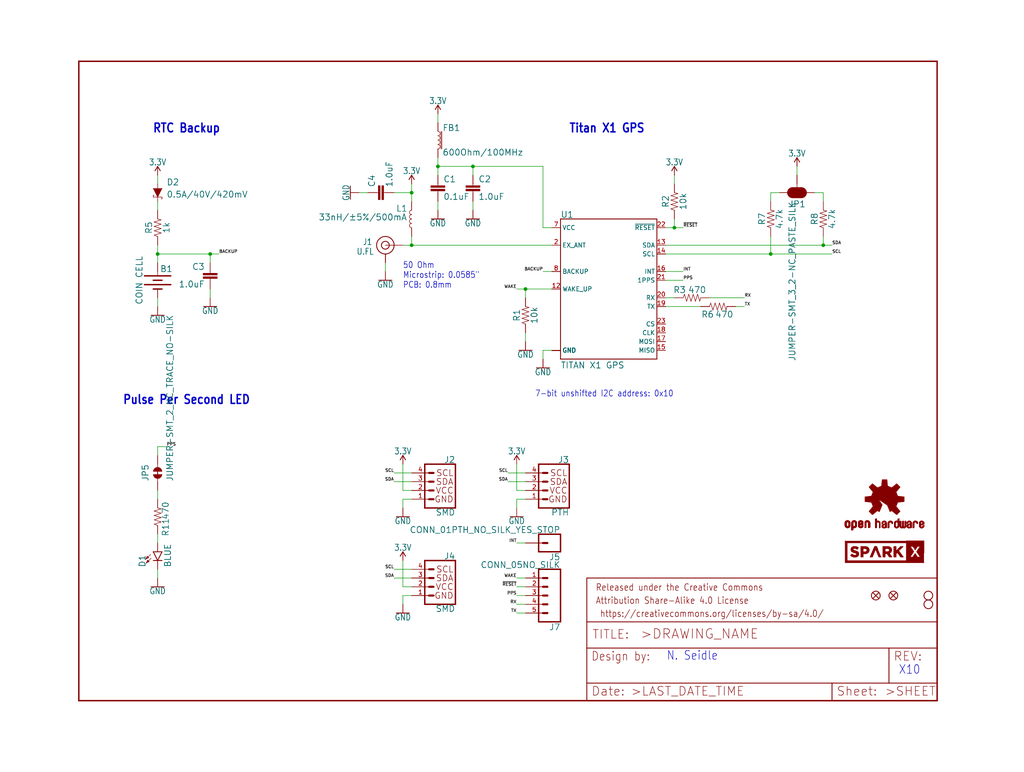
<source format=kicad_sch>
(kicad_sch (version 20211123) (generator eeschema)
  (paper "User" 297.002 223.926)
  (lib_symbols
    (symbol "eagleSchem-eagle-import:0.1UF-0603-25V-(+80{slash}-20%)"
      (property "Reference" "C" (at 1.524 2.921 0))
      (property "Value" "0.1UF-0603-25V-(+80{slash}-20%)" (at 1.524 -2.159 0))
      (symbol "0.1UF-0603-25V-(+80{slash}-20%)_1_0"
        (pin passive line (at 0 5.08 270) (length 2.54) (name "1") (number "1"))
        (pin passive line (at 0 -2.54 90) (length 2.54) (name "2") (number "2"))
      )
    )
    (symbol "eagleSchem-eagle-import:1.0UF-0603-16V-10%"
      (property "Reference" "C" (at 1.524 2.921 0))
      (property "Value" "1.0UF-0603-16V-10%" (at 1.524 -2.159 0))
      (symbol "1.0UF-0603-16V-10%_1_0"
        (pin passive line (at 0 5.08 270) (length 2.54) (name "1") (number "1"))
        (pin passive line (at 0 -2.54 90) (length 2.54) (name "2") (number "2"))
      )
    )
    (symbol "eagleSchem-eagle-import:10KOHM-0603-1{slash}10W-1%"
      (property "Reference" "R" (at 0 1.524 0))
      (property "Value" "10KOHM-0603-1{slash}10W-1%" (at 0 -1.524 0))
      (symbol "10KOHM-0603-1{slash}10W-1%_1_0"
        (pin passive line (at -5.08 0 0) (length 2.54) (name "1") (number "1"))
        (pin passive line (at 5.08 0 180) (length 2.54) (name "2") (number "2"))
      )
    )
    (symbol "eagleSchem-eagle-import:1KOHM-0603-1{slash}10W-1%"
      (property "Reference" "R" (at 0 1.524 0))
      (property "Value" "1KOHM-0603-1{slash}10W-1%" (at 0 -1.524 0))
      (symbol "1KOHM-0603-1{slash}10W-1%_1_0"
        (pin passive line (at -5.08 0 0) (length 2.54) (name "1") (number "1"))
        (pin passive line (at 5.08 0 180) (length 2.54) (name "2") (number "2"))
      )
    )
    (symbol "eagleSchem-eagle-import:3.3V" (power)
      (property "Value" "3.3V" (at 0 2.794 0))
      (symbol "3.3V_1_0"
        (pin power_in line (at 0 0 90) (length 2.54) (name "3.3V") (number "1"))
      )
    )
    (symbol "eagleSchem-eagle-import:4.7KOHM-0603-1{slash}10W-1%"
      (property "Reference" "R" (at 0 1.524 0))
      (property "Value" "4.7KOHM-0603-1{slash}10W-1%" (at 0 -1.524 0))
      (symbol "4.7KOHM-0603-1{slash}10W-1%_1_0"
        (pin passive line (at -5.08 0 0) (length 2.54) (name "1") (number "1"))
        (pin passive line (at 5.08 0 180) (length 2.54) (name "2") (number "2"))
      )
    )
    (symbol "eagleSchem-eagle-import:470OHM-0603-1{slash}10W-1%"
      (property "Reference" "R" (at 0 1.524 0))
      (property "Value" "470OHM-0603-1{slash}10W-1%" (at 0 -1.524 0))
      (symbol "470OHM-0603-1{slash}10W-1%_1_0"
        (pin passive line (at -5.08 0 0) (length 2.54) (name "1") (number "1"))
        (pin passive line (at 5.08 0 180) (length 2.54) (name "2") (number "2"))
      )
    )
    (symbol "eagleSchem-eagle-import:6.8MM_COIN_CELL"
      (property "Value" "6.8MM_COIN_CELL" (at 0 -4.318 0))
      (symbol "6.8MM_COIN_CELL_1_0"
        (pin power_in line (at -5.08 0 0) (length 2.54) (name "+") (number "+"))
        (pin power_in line (at 5.08 0 180) (length 2.54) (name "-") (number "-"))
      )
    )
    (symbol "eagleSchem-eagle-import:CONN_01PTH_NO_SILK_YES_STOP"
      (property "Reference" "J" (at -2.54 3.048 0))
      (property "Value" "CONN_01PTH_NO_SILK_YES_STOP" (at -2.54 -4.826 0))
      (symbol "CONN_01PTH_NO_SILK_YES_STOP_1_0"
        (pin passive line (at 7.62 0 180) (length 5.08) (name "1") (number "1"))
      )
    )
    (symbol "eagleSchem-eagle-import:CONN_05NO_SILK"
      (property "Reference" "J" (at -2.54 8.128 0))
      (property "Value" "CONN_05NO_SILK" (at -2.54 -9.906 0))
      (symbol "CONN_05NO_SILK_1_0"
        (pin passive line (at 7.62 -5.08 180) (length 5.08) (name "1") (number "1"))
        (pin passive line (at 7.62 -2.54 180) (length 5.08) (name "2") (number "2"))
        (pin passive line (at 7.62 0 180) (length 5.08) (name "3") (number "3"))
        (pin passive line (at 7.62 2.54 180) (length 5.08) (name "4") (number "4"))
        (pin passive line (at 7.62 5.08 180) (length 5.08) (name "5") (number "5"))
      )
    )
    (symbol "eagleSchem-eagle-import:DIODE-SCHOTTKY-PMEG4005EJ"
      (property "Reference" "D" (at -2.54 2.032 0))
      (property "Value" "DIODE-SCHOTTKY-PMEG4005EJ" (at -2.54 -2.032 0))
      (symbol "DIODE-SCHOTTKY-PMEG4005EJ_1_0"
        (pin passive line (at -2.54 0 0) (length 0) (name "A") (number "A"))
        (pin passive line (at 2.54 0 180) (length 0) (name "C") (number "C"))
      )
    )
    (symbol "eagleSchem-eagle-import:FERRITE_BEAD-0603"
      (property "Reference" "FB" (at 1.27 2.54 0))
      (property "Value" "FERRITE_BEAD-0603" (at 1.27 -2.54 0))
      (symbol "FERRITE_BEAD-0603_1_0"
        (pin passive line (at 0 5.08 270) (length 2.54) (name "1") (number "1"))
        (pin passive line (at 0 -5.08 90) (length 2.54) (name "2") (number "2"))
      )
    )
    (symbol "eagleSchem-eagle-import:FIDUCIALUFIDUCIAL")
    (symbol "eagleSchem-eagle-import:FRAME-LETTER"
      (symbol "FRAME-LETTER_2_0"
        (text " https://creativecommons.org/licenses/by-sa/4.0/" (at 2.54 24.13 0) (effects (font (size 1.9304 1.6408)) (justify left bottom)))
        (text ">DRAWING_NAME" (at 15.494 17.78 0) (effects (font (size 2.7432 2.7432)) (justify left bottom)))
        (text ">LAST_DATE_TIME" (at 12.7 1.27 0) (effects (font (size 2.54 2.54)) (justify left bottom)))
        (text ">SHEET" (at 86.36 1.27 0) (effects (font (size 2.54 2.54)) (justify left bottom)))
        (text "Attribution Share-Alike 4.0 License" (at 2.54 27.94 0) (effects (font (size 1.9304 1.6408)) (justify left bottom)))
        (text "Date:" (at 1.27 1.27 0) (effects (font (size 2.54 2.54)) (justify left bottom)))
        (text "Design by:" (at 1.27 11.43 0) (effects (font (size 2.54 2.159)) (justify left bottom)))
        (text "Released under the Creative Commons" (at 2.54 31.75 0) (effects (font (size 1.9304 1.6408)) (justify left bottom)))
        (text "REV:" (at 88.9 11.43 0) (effects (font (size 2.54 2.54)) (justify left bottom)))
        (text "Sheet:" (at 72.39 1.27 0) (effects (font (size 2.54 2.54)) (justify left bottom)))
        (text "TITLE:" (at 1.524 17.78 0) (effects (font (size 2.54 2.54)) (justify left bottom)))
      )
    )
    (symbol "eagleSchem-eagle-import:GND" (power)
      (property "Value" "GND" (at 0 -0.254 0))
      (symbol "GND_1_0"
        (pin power_in line (at 0 2.54 270) (length 2.54) (name "GND") (number "1"))
      )
    )
    (symbol "eagleSchem-eagle-import:I2C_STANDARDJS-1MM"
      (property "Reference" "J" (at -5.08 7.874 0))
      (property "Value" "I2C_STANDARDJS-1MM" (at -5.08 -5.334 0))
      (symbol "I2C_STANDARDJS-1MM_1_0"
        (text "GND" (at -4.572 -2.54 0) (effects (font (size 1.778 1.778)) (justify left)))
        (text "SCL" (at -4.572 5.08 0) (effects (font (size 1.778 1.778)) (justify left)))
        (text "SDA" (at -4.572 2.54 0) (effects (font (size 1.778 1.778)) (justify left)))
        (text "VCC" (at -4.572 0 0) (effects (font (size 1.778 1.778)) (justify left)))
        (pin power_in line (at 7.62 -2.54 180) (length 5.08) (name "GND") (number "1"))
        (pin power_in line (at 7.62 0 180) (length 5.08) (name "VCC") (number "2"))
        (pin passive line (at 7.62 2.54 180) (length 5.08) (name "SDA") (number "3"))
        (pin passive line (at 7.62 5.08 180) (length 5.08) (name "SCL") (number "4"))
      )
    )
    (symbol "eagleSchem-eagle-import:I2C_STANDARD_NO_SILK"
      (property "Reference" "J" (at -5.08 7.874 0))
      (property "Value" "I2C_STANDARD_NO_SILK" (at -5.08 -5.334 0))
      (symbol "I2C_STANDARD_NO_SILK_1_0"
        (text "GND" (at -4.572 -2.54 0) (effects (font (size 1.778 1.778)) (justify left)))
        (text "SCL" (at -4.572 5.08 0) (effects (font (size 1.778 1.778)) (justify left)))
        (text "SDA" (at -4.572 2.54 0) (effects (font (size 1.778 1.778)) (justify left)))
        (text "VCC" (at -4.572 0 0) (effects (font (size 1.778 1.778)) (justify left)))
        (pin power_in line (at 7.62 -2.54 180) (length 5.08) (name "GND") (number "1"))
        (pin power_in line (at 7.62 0 180) (length 5.08) (name "VCC") (number "2"))
        (pin passive line (at 7.62 2.54 180) (length 5.08) (name "SDA") (number "3"))
        (pin passive line (at 7.62 5.08 180) (length 5.08) (name "SCL") (number "4"))
      )
    )
    (symbol "eagleSchem-eagle-import:INDUCTOR-0603-33NH"
      (property "Reference" "L" (at 1.27 2.54 0))
      (property "Value" "INDUCTOR-0603-33NH" (at 1.27 -2.54 0))
      (symbol "INDUCTOR-0603-33NH_1_0"
        (pin passive line (at 0 5.08 270) (length 2.54) (name "1") (number "1"))
        (pin passive line (at 0 -5.08 90) (length 2.54) (name "2") (number "2"))
      )
    )
    (symbol "eagleSchem-eagle-import:JUMPER-SMT_2_NC_TRACE_NO-SILK"
      (property "Reference" "JP" (at -2.54 2.54 0))
      (property "Value" "JUMPER-SMT_2_NC_TRACE_NO-SILK" (at -2.54 -2.54 0))
      (symbol "JUMPER-SMT_2_NC_TRACE_NO-SILK_1_0"
        (pin passive line (at -5.08 0 0) (length 2.54) (name "1") (number "1"))
        (pin passive line (at 5.08 0 180) (length 2.54) (name "2") (number "2"))
      )
    )
    (symbol "eagleSchem-eagle-import:JUMPER-SMT_3_2-NC_PASTE_SILK"
      (property "Reference" "JP" (at 2.54 0.381 0))
      (property "Value" "JUMPER-SMT_3_2-NC_PASTE_SILK" (at 2.54 -0.381 0))
      (symbol "JUMPER-SMT_3_2-NC_PASTE_SILK_1_0"
        (pin passive line (at 0 5.08 270) (length 2.54) (name "1") (number "1"))
        (pin passive line (at -5.08 0 0) (length 2.54) (name "2") (number "2"))
        (pin passive line (at 0 -5.08 90) (length 2.54) (name "3") (number "3"))
      )
    )
    (symbol "eagleSchem-eagle-import:LED-BLUE0603"
      (property "Reference" "D" (at -3.429 -4.572 90))
      (property "Value" "LED-BLUE0603" (at 1.905 -4.572 90))
      (symbol "LED-BLUE0603_1_0"
        (pin passive line (at 0 2.54 270) (length 2.54) (name "A") (number "A"))
        (pin passive line (at 0 -5.08 90) (length 2.54) (name "C") (number "C"))
      )
    )
    (symbol "eagleSchem-eagle-import:OSHW-LOGOMINI")
    (symbol "eagleSchem-eagle-import:SPARKX-LOGO5")
    (symbol "eagleSchem-eagle-import:STAND-OFF")
    (symbol "eagleSchem-eagle-import:TITAN_X1_GPS"
      (property "Reference" "U" (at -15.24 20.574 0))
      (property "Value" "TITAN_X1_GPS" (at -15.24 -23.114 0))
      (symbol "TITAN_X1_GPS_1_0"
        (pin bidirectional line (at -17.78 -17.78 0) (length 2.54) (name "GND") (number "1"))
        (pin bidirectional line (at -17.78 -17.78 0) (length 2.54) (name "GND") (number "10"))
        (pin bidirectional line (at -17.78 -17.78 0) (length 2.54) (name "GND") (number "11"))
        (pin bidirectional line (at -17.78 0 0) (length 2.54) (name "WAKE_UP") (number "12"))
        (pin bidirectional line (at 15.24 12.7 180) (length 2.54) (name "SDA") (number "13"))
        (pin bidirectional line (at 15.24 10.16 180) (length 2.54) (name "SCL") (number "14"))
        (pin bidirectional line (at 15.24 -17.78 180) (length 2.54) (name "MISO") (number "15"))
        (pin bidirectional line (at 15.24 5.08 180) (length 2.54) (name "INT") (number "16"))
        (pin bidirectional line (at 15.24 -15.24 180) (length 2.54) (name "MOSI") (number "17"))
        (pin bidirectional line (at 15.24 -12.7 180) (length 2.54) (name "CLK") (number "18"))
        (pin bidirectional line (at 15.24 -5.08 180) (length 2.54) (name "TX") (number "19"))
        (pin bidirectional line (at -17.78 12.7 0) (length 2.54) (name "EX_ANT") (number "2"))
        (pin bidirectional line (at 15.24 -2.54 180) (length 2.54) (name "RX") (number "20"))
        (pin bidirectional line (at 15.24 2.54 180) (length 2.54) (name "1PPS") (number "21"))
        (pin bidirectional line (at 15.24 17.78 180) (length 2.54) (name "~{RESET}") (number "22"))
        (pin bidirectional line (at 15.24 -10.16 180) (length 2.54) (name "CS") (number "23"))
        (pin bidirectional line (at -17.78 -17.78 0) (length 2.54) (name "GND") (number "24"))
        (pin bidirectional line (at -17.78 -17.78 0) (length 2.54) (name "GND") (number "3"))
        (pin bidirectional line (at -17.78 -17.78 0) (length 2.54) (name "GND") (number "4"))
        (pin bidirectional line (at -17.78 -17.78 0) (length 2.54) (name "GND") (number "5"))
        (pin bidirectional line (at -17.78 -17.78 0) (length 2.54) (name "GND") (number "6"))
        (pin bidirectional line (at -17.78 17.78 0) (length 2.54) (name "VCC") (number "7"))
        (pin bidirectional line (at -17.78 5.08 0) (length 2.54) (name "BACKUP") (number "8"))
        (pin bidirectional line (at -17.78 -17.78 0) (length 2.54) (name "GND") (number "9"))
      )
    )
    (symbol "eagleSchem-eagle-import:U.FL"
      (property "Reference" "J" (at 2.54 -5.08 0))
      (property "Value" "U.FL" (at 2.54 -7.62 0))
      (symbol "U.FL_1_0"
        (pin bidirectional line (at 0 -5.08 90) (length 2.54) (name "GND") (number "1"))
        (pin bidirectional line (at 0 -5.08 90) (length 2.54) (name "GND") (number "2"))
        (pin bidirectional line (at 5.08 0 180) (length 5.08) (name "SIGNAL") (number "FEED"))
      )
    )
  )
  (junction (at 60.96 73.66))
  (junction (at 223.52 73.66))
  (junction (at 45.72 73.66))
  (junction (at 137.16 48.26))
  (junction (at 119.38 55.88))
  (junction (at 152.4 83.82))
  (junction (at 195.58 66.04))
  (junction (at 127 48.26))
  (junction (at 119.38 71.12))
  (junction (at 238.76 71.12))
  (wire (pts (xy 152.4 172.72) (xy 149.86 172.72)))
  (wire (pts (xy 157.48 101.6) (xy 157.48 104.14)))
  (wire (pts (xy 119.38 139.7) (xy 114.3 139.7)))
  (wire (pts (xy 119.38 53.34) (xy 119.38 55.88)))
  (wire (pts (xy 119.38 55.88) (xy 119.38 58.42)))
  (wire (pts (xy 195.58 53.34) (xy 195.58 50.8)))
  (wire (pts (xy 60.96 73.66) (xy 60.96 76.2)))
  (wire (pts (xy 238.76 68.58) (xy 238.76 71.12)))
  (wire (pts (xy 116.84 172.72) (xy 116.84 175.26)))
  (wire (pts (xy 193.04 71.12) (xy 238.76 71.12)))
  (wire (pts (xy 152.4 83.82) (xy 149.86 83.82)))
  (wire (pts (xy 238.76 55.88) (xy 236.22 55.88)))
  (wire (pts (xy 111.76 78.74) (xy 111.76 76.2)))
  (wire (pts (xy 45.72 86.36) (xy 45.72 88.9)))
  (wire (pts (xy 193.04 66.04) (xy 195.58 66.04)))
  (wire (pts (xy 45.72 50.8) (xy 45.72 53.34)))
  (wire (pts (xy 60.96 83.82) (xy 60.96 86.36)))
  (wire (pts (xy 137.16 60.96) (xy 137.16 58.42)))
  (wire (pts (xy 119.38 137.16) (xy 114.3 137.16)))
  (wire (pts (xy 193.04 81.28) (xy 198.12 81.28)))
  (wire (pts (xy 157.48 48.26) (xy 157.48 66.04)))
  (wire (pts (xy 45.72 132.08) (xy 45.72 129.54)))
  (wire (pts (xy 119.38 170.18) (xy 116.84 170.18)))
  (wire (pts (xy 152.4 96.52) (xy 152.4 99.06)))
  (wire (pts (xy 152.4 137.16) (xy 147.32 137.16)))
  (wire (pts (xy 127 48.26) (xy 127 50.8)))
  (wire (pts (xy 119.38 142.24) (xy 116.84 142.24)))
  (wire (pts (xy 119.38 68.58) (xy 119.38 71.12)))
  (wire (pts (xy 60.96 73.66) (xy 63.5 73.66)))
  (wire (pts (xy 116.84 142.24) (xy 116.84 134.62)))
  (wire (pts (xy 152.4 167.64) (xy 149.86 167.64)))
  (wire (pts (xy 45.72 165.1) (xy 45.72 167.64)))
  (wire (pts (xy 193.04 78.74) (xy 198.12 78.74)))
  (wire (pts (xy 152.4 170.18) (xy 149.86 170.18)))
  (wire (pts (xy 238.76 58.42) (xy 238.76 55.88)))
  (wire (pts (xy 152.4 175.26) (xy 149.86 175.26)))
  (wire (pts (xy 160.02 78.74) (xy 157.48 78.74)))
  (wire (pts (xy 45.72 154.94) (xy 45.72 157.48)))
  (wire (pts (xy 45.72 142.24) (xy 45.72 144.78)))
  (wire (pts (xy 223.52 58.42) (xy 223.52 55.88)))
  (wire (pts (xy 119.38 172.72) (xy 116.84 172.72)))
  (wire (pts (xy 119.38 167.64) (xy 114.3 167.64)))
  (wire (pts (xy 152.4 157.48) (xy 149.86 157.48)))
  (wire (pts (xy 152.4 177.8) (xy 149.86 177.8)))
  (wire (pts (xy 152.4 144.78) (xy 149.86 144.78)))
  (wire (pts (xy 127 48.26) (xy 137.16 48.26)))
  (wire (pts (xy 137.16 48.26) (xy 157.48 48.26)))
  (wire (pts (xy 127 58.42) (xy 127 60.96)))
  (wire (pts (xy 45.72 71.12) (xy 45.72 73.66)))
  (wire (pts (xy 45.72 129.54) (xy 48.26 129.54)))
  (wire (pts (xy 195.58 66.04) (xy 198.12 66.04)))
  (wire (pts (xy 104.14 55.88) (xy 106.68 55.88)))
  (wire (pts (xy 119.38 165.1) (xy 114.3 165.1)))
  (wire (pts (xy 231.14 48.26) (xy 231.14 50.8)))
  (wire (pts (xy 223.52 68.58) (xy 223.52 73.66)))
  (wire (pts (xy 223.52 55.88) (xy 226.06 55.88)))
  (wire (pts (xy 213.36 88.9) (xy 215.9 88.9)))
  (wire (pts (xy 45.72 58.42) (xy 45.72 60.96)))
  (wire (pts (xy 193.04 86.36) (xy 195.58 86.36)))
  (wire (pts (xy 127 45.72) (xy 127 48.26)))
  (wire (pts (xy 119.38 71.12) (xy 116.84 71.12)))
  (wire (pts (xy 160.02 71.12) (xy 119.38 71.12)))
  (wire (pts (xy 116.84 170.18) (xy 116.84 162.56)))
  (wire (pts (xy 160.02 101.6) (xy 157.48 101.6)))
  (wire (pts (xy 149.86 142.24) (xy 149.86 134.62)))
  (wire (pts (xy 223.52 73.66) (xy 241.3 73.66)))
  (wire (pts (xy 152.4 83.82) (xy 152.4 86.36)))
  (wire (pts (xy 193.04 73.66) (xy 223.52 73.66)))
  (wire (pts (xy 116.84 144.78) (xy 116.84 147.32)))
  (wire (pts (xy 152.4 142.24) (xy 149.86 142.24)))
  (wire (pts (xy 114.3 55.88) (xy 119.38 55.88)))
  (wire (pts (xy 152.4 139.7) (xy 147.32 139.7)))
  (wire (pts (xy 238.76 71.12) (xy 241.3 71.12)))
  (wire (pts (xy 149.86 144.78) (xy 149.86 147.32)))
  (wire (pts (xy 195.58 66.04) (xy 195.58 63.5)))
  (wire (pts (xy 205.74 86.36) (xy 215.9 86.36)))
  (wire (pts (xy 160.02 83.82) (xy 152.4 83.82)))
  (wire (pts (xy 127 33.02) (xy 127 35.56)))
  (wire (pts (xy 193.04 88.9) (xy 203.2 88.9)))
  (wire (pts (xy 119.38 144.78) (xy 116.84 144.78)))
  (wire (pts (xy 137.16 48.26) (xy 137.16 50.8)))
  (wire (pts (xy 157.48 66.04) (xy 160.02 66.04)))
  (wire (pts (xy 60.96 73.66) (xy 45.72 73.66)))
  (wire (pts (xy 45.72 73.66) (xy 45.72 76.2)))
  (text "50 Ohm\nMicrostrip: 0.0585\"\nPCB: 0.8mm" (at 116.84 83.82 180) (effects (font (size 1.778 1.5113)) (justify left bottom)))
  (text "Titan X1 GPS" (at 176.022 37.338 180) (effects (font (size 2.54 2.159) (thickness 0.4318) bold)))
  (text "7-bit unshifted I2C address: 0x10" (at 175.26 114.3 180) (effects (font (size 1.778 1.5113))))
  (text "Pulse Per Second LED" (at 54.102 116.078 180) (effects (font (size 2.54 2.159) (thickness 0.4318) bold)))
  (text "X10" (at 260.604 195.834 180) (effects (font (size 2.54 2.159)) (justify left bottom)))
  (text "RTC Backup" (at 54.102 37.338 180) (effects (font (size 2.54 2.159) (thickness 0.4318) bold)))
  (text "N. Seidle" (at 193.294 191.77 180) (effects (font (size 2.54 2.159)) (justify left bottom)))
  (label "WAKE" (at 149.86 83.82 180) (effects (font (size 0.889 0.889))))
  (label "TX" (at 149.86 177.8 180) (effects (font (size 0.889 0.889))))
  (label "BACKUP" (at 157.48 78.74 180) (effects (font (size 0.889 0.889))))
  (label "BACKUP" (at 63.5 73.66 0) (effects (font (size 0.889 0.889))))
  (label "RX" (at 215.9 86.36 0) (effects (font (size 0.889 0.889))))
  (label "SDA" (at 114.3 167.64 180) (effects (font (size 0.889 0.889))))
  (label "PPS" (at 149.86 172.72 180) (effects (font (size 0.889 0.889))))
  (label "WAKE" (at 149.86 167.64 180) (effects (font (size 0.889 0.889))))
  (label "~{RESET}" (at 198.12 66.04 0) (effects (font (size 0.889 0.889))))
  (label "PPS" (at 198.12 81.28 0) (effects (font (size 0.889 0.889))))
  (label "SDA" (at 147.32 139.7 180) (effects (font (size 0.889 0.889))))
  (label "SCL" (at 147.32 137.16 180) (effects (font (size 0.889 0.889))))
  (label "SCL" (at 114.3 137.16 180) (effects (font (size 0.889 0.889))))
  (label "SDA" (at 114.3 139.7 180) (effects (font (size 0.889 0.889))))
  (label "PPS" (at 48.26 129.54 0) (effects (font (size 0.889 0.889))))
  (label "INT" (at 198.12 78.74 0) (effects (font (size 0.889 0.889))))
  (label "INT" (at 149.86 157.48 180) (effects (font (size 0.889 0.889))))
  (label "SDA" (at 241.3 71.12 0) (effects (font (size 0.889 0.889))))
  (label "TX" (at 215.9 88.9 0) (effects (font (size 0.889 0.889))))
  (label "SCL" (at 241.3 73.66 0) (effects (font (size 0.889 0.889))))
  (label "~{RESET}" (at 149.86 170.18 180) (effects (font (size 0.889 0.889))))
  (label "SCL" (at 114.3 165.1 180) (effects (font (size 0.889 0.889))))
  (label "RX" (at 149.86 175.26 180) (effects (font (size 0.889 0.889))))
  (symbol (lib_id "eagleSchem-eagle-import:FERRITE_BEAD-0603") (at 127 40.64 0) (unit 1)
    (property "Reference" "FB1" (at 128.27 38.1 0) (effects (font (size 1.778 1.778)) (justify left bottom)))
    (property "Value" "600Ohm/100MHz" (at 128.27 43.18 0) (effects (font (size 1.778 1.778)) (justify left top)))
    (property "Footprint" "eagleSchem:0603" (effects hide))
  )
  (symbol (lib_id "eagleSchem-eagle-import:3.3V") (at 116.84 162.56 0) (unit 1)
    (property "Reference" "#SUPPLY8" (effects hide))
    (property "Value" "3.3V" (at 116.84 159.766 0) (effects (font (size 1.778 1.5113)) (justify bottom)))
    (property "Footprint" "eagleSchem:" (effects hide))
  )
  (symbol (lib_id "eagleSchem-eagle-import:CONN_01PTH_NO_SILK_YES_STOP") (at 160.02 157.48 180) (unit 1)
    (property "Reference" "J5" (at 162.56 160.528 0) (effects (font (size 1.778 1.778)) (justify left bottom)))
    (property "Value" "CONN_01PTH_NO_SILK_YES_STOP" (at 162.56 152.654 0) (effects (font (size 1.778 1.778)) (justify left bottom)))
    (property "Footprint" "eagleSchem:1X01_NO_SILK" (effects hide))
  )
  (symbol (lib_id "eagleSchem-eagle-import:1.0UF-0603-16V-10%") (at 137.16 55.88 0) (unit 1)
    (property "Reference" "C2" (at 138.684 52.959 0) (effects (font (size 1.778 1.778)) (justify left bottom)))
    (property "Value" "1.0uF" (at 138.684 58.039 0) (effects (font (size 1.778 1.778)) (justify left bottom)))
    (property "Footprint" "eagleSchem:0603" (effects hide))
  )
  (symbol (lib_id "eagleSchem-eagle-import:10KOHM-0603-1{slash}10W-1%") (at 152.4 91.44 90) (unit 1)
    (property "Reference" "R1" (at 150.876 91.44 0) (effects (font (size 1.778 1.778)) (justify bottom)))
    (property "Value" "10k" (at 153.924 91.44 0) (effects (font (size 1.778 1.778)) (justify top)))
    (property "Footprint" "eagleSchem:0603" (effects hide))
  )
  (symbol (lib_id "eagleSchem-eagle-import:GND") (at 127 63.5 0) (mirror y) (unit 1)
    (property "Reference" "#GND11" (effects hide))
    (property "Value" "GND" (at 127 63.754 0) (effects (font (size 1.778 1.5113)) (justify top)))
    (property "Footprint" "eagleSchem:" (effects hide))
  )
  (symbol (lib_id "eagleSchem-eagle-import:CONN_05NO_SILK") (at 160.02 172.72 180) (unit 1)
    (property "Reference" "J7" (at 162.56 180.848 0) (effects (font (size 1.778 1.778)) (justify left bottom)))
    (property "Value" "CONN_05NO_SILK" (at 162.56 162.814 0) (effects (font (size 1.778 1.778)) (justify left bottom)))
    (property "Footprint" "eagleSchem:1X05_NO_SILK" (effects hide))
  )
  (symbol (lib_id "eagleSchem-eagle-import:GND") (at 111.76 81.28 0) (unit 1)
    (property "Reference" "#GND12" (effects hide))
    (property "Value" "GND" (at 111.76 81.534 0) (effects (font (size 1.778 1.5113)) (justify top)))
    (property "Footprint" "eagleSchem:" (effects hide))
  )
  (symbol (lib_id "eagleSchem-eagle-import:3.3V") (at 149.86 134.62 0) (unit 1)
    (property "Reference" "#SUPPLY7" (effects hide))
    (property "Value" "3.3V" (at 149.86 131.826 0) (effects (font (size 1.778 1.5113)) (justify bottom)))
    (property "Footprint" "eagleSchem:" (effects hide))
  )
  (symbol (lib_id "eagleSchem-eagle-import:3.3V") (at 127 33.02 0) (mirror y) (unit 1)
    (property "Reference" "#SUPPLY6" (effects hide))
    (property "Value" "3.3V" (at 127 30.226 0) (effects (font (size 1.778 1.5113)) (justify bottom)))
    (property "Footprint" "eagleSchem:" (effects hide))
  )
  (symbol (lib_id "eagleSchem-eagle-import:LED-BLUE0603") (at 45.72 160.02 0) (unit 1)
    (property "Reference" "D1" (at 42.291 164.592 90) (effects (font (size 1.778 1.778)) (justify left bottom)))
    (property "Value" "BLUE" (at 47.625 164.592 90) (effects (font (size 1.778 1.778)) (justify left top)))
    (property "Footprint" "eagleSchem:LED-0603" (effects hide))
  )
  (symbol (lib_id "eagleSchem-eagle-import:STAND-OFF") (at 269.24 172.72 0) (unit 1)
    (property "Reference" "JP3" (effects hide))
    (property "Value" "STAND-OFF" (effects hide))
    (property "Footprint" "eagleSchem:STAND-OFF" (effects hide))
  )
  (symbol (lib_id "eagleSchem-eagle-import:3.3V") (at 195.58 50.8 0) (unit 1)
    (property "Reference" "#SUPPLY2" (effects hide))
    (property "Value" "3.3V" (at 195.58 48.006 0) (effects (font (size 1.778 1.5113)) (justify bottom)))
    (property "Footprint" "eagleSchem:" (effects hide))
  )
  (symbol (lib_id "eagleSchem-eagle-import:GND") (at 116.84 149.86 0) (unit 1)
    (property "Reference" "#GND6" (effects hide))
    (property "Value" "GND" (at 116.84 150.114 0) (effects (font (size 1.778 1.5113)) (justify top)))
    (property "Footprint" "eagleSchem:" (effects hide))
  )
  (symbol (lib_id "eagleSchem-eagle-import:3.3V") (at 119.38 53.34 0) (mirror y) (unit 1)
    (property "Reference" "#SUPPLY3" (effects hide))
    (property "Value" "3.3V" (at 119.38 50.546 0) (effects (font (size 1.778 1.5113)) (justify bottom)))
    (property "Footprint" "eagleSchem:" (effects hide))
  )
  (symbol (lib_id "eagleSchem-eagle-import:GND") (at 45.72 91.44 0) (unit 1)
    (property "Reference" "#GND5" (effects hide))
    (property "Value" "GND" (at 45.72 91.694 0) (effects (font (size 1.778 1.5113)) (justify top)))
    (property "Footprint" "eagleSchem:" (effects hide))
  )
  (symbol (lib_id "eagleSchem-eagle-import:3.3V") (at 116.84 134.62 0) (unit 1)
    (property "Reference" "#SUPPLY4" (effects hide))
    (property "Value" "3.3V" (at 116.84 131.826 0) (effects (font (size 1.778 1.5113)) (justify bottom)))
    (property "Footprint" "eagleSchem:" (effects hide))
  )
  (symbol (lib_id "eagleSchem-eagle-import:DIODE-SCHOTTKY-PMEG4005EJ") (at 45.72 55.88 270) (unit 1)
    (property "Reference" "D2" (at 48.26 53.848 90) (effects (font (size 1.778 1.778)) (justify left bottom)))
    (property "Value" "0.5A/40V/420mV" (at 48.26 55.372 90) (effects (font (size 1.778 1.778)) (justify left top)))
    (property "Footprint" "eagleSchem:SOD-323" (effects hide))
  )
  (symbol (lib_id "eagleSchem-eagle-import:JUMPER-SMT_2_NC_TRACE_NO-SILK") (at 45.72 137.16 90) (unit 1)
    (property "Reference" "JP5" (at 43.18 139.7 0) (effects (font (size 1.778 1.778)) (justify left bottom)))
    (property "Value" "JUMPER-SMT_2_NC_TRACE_NO-SILK" (at 48.26 139.7 0) (effects (font (size 1.778 1.778)) (justify left top)))
    (property "Footprint" "eagleSchem:SMT-JUMPER_2_NC_TRACE_NO-SILK" (effects hide))
  )
  (symbol (lib_id "eagleSchem-eagle-import:U.FL") (at 111.76 71.12 0) (unit 1)
    (property "Reference" "J1" (at 105.156 71.12 0) (effects (font (size 1.778 1.5113)) (justify left bottom)))
    (property "Value" "U.FL" (at 103.378 73.914 0) (effects (font (size 1.778 1.5113)) (justify left bottom)))
    (property "Footprint" "eagleSchem:U.FL" (effects hide))
  )
  (symbol (lib_id "eagleSchem-eagle-import:470OHM-0603-1{slash}10W-1%") (at 208.28 88.9 0) (unit 1)
    (property "Reference" "R6" (at 205.232 92.202 0) (effects (font (size 1.778 1.778)) (justify bottom)))
    (property "Value" "470" (at 210.058 92.202 0) (effects (font (size 1.778 1.778)) (justify bottom)))
    (property "Footprint" "eagleSchem:0603" (effects hide))
  )
  (symbol (lib_id "eagleSchem-eagle-import:470OHM-0603-1{slash}10W-1%") (at 45.72 149.86 90) (unit 1)
    (property "Reference" "R11" (at 49.022 152.908 0) (effects (font (size 1.778 1.778)) (justify bottom)))
    (property "Value" "470" (at 49.022 148.082 0) (effects (font (size 1.778 1.778)) (justify bottom)))
    (property "Footprint" "eagleSchem:0603" (effects hide))
  )
  (symbol (lib_id "eagleSchem-eagle-import:FIDUCIALUFIDUCIAL") (at 254 172.72 0) (unit 1)
    (property "Reference" "JP2" (effects hide))
    (property "Value" "FIDUCIALUFIDUCIAL" (effects hide))
    (property "Footprint" "eagleSchem:MICRO-FIDUCIAL" (effects hide))
  )
  (symbol (lib_id "eagleSchem-eagle-import:GND") (at 45.72 170.18 0) (unit 1)
    (property "Reference" "#GND4" (effects hide))
    (property "Value" "GND" (at 45.72 170.434 0) (effects (font (size 1.778 1.5113)) (justify top)))
    (property "Footprint" "eagleSchem:" (effects hide))
  )
  (symbol (lib_id "eagleSchem-eagle-import:1.0UF-0603-16V-10%") (at 111.76 55.88 90) (unit 1)
    (property "Reference" "C4" (at 108.839 54.356 0) (effects (font (size 1.778 1.778)) (justify left bottom)))
    (property "Value" "1.0uF" (at 113.919 54.356 0) (effects (font (size 1.778 1.778)) (justify left bottom)))
    (property "Footprint" "eagleSchem:0603" (effects hide))
  )
  (symbol (lib_id "eagleSchem-eagle-import:4.7KOHM-0603-1{slash}10W-1%") (at 238.76 63.5 90) (unit 1)
    (property "Reference" "R8" (at 237.236 63.5 0) (effects (font (size 1.778 1.778)) (justify bottom)))
    (property "Value" "4.7k" (at 240.284 63.5 0) (effects (font (size 1.778 1.778)) (justify top)))
    (property "Footprint" "eagleSchem:0603" (effects hide))
  )
  (symbol (lib_id "eagleSchem-eagle-import:FRAME-LETTER") (at 22.86 203.2 0) (unit 1)
    (property "Reference" "FRAME1" (effects hide))
    (property "Value" "FRAME-LETTER" (effects hide))
    (property "Footprint" "eagleSchem:CREATIVE_COMMONS" (effects hide))
  )
  (symbol (lib_id "eagleSchem-eagle-import:GND") (at 60.96 88.9 0) (unit 1)
    (property "Reference" "#GND10" (effects hide))
    (property "Value" "GND" (at 60.96 89.154 0) (effects (font (size 1.778 1.5113)) (justify top)))
    (property "Footprint" "eagleSchem:" (effects hide))
  )
  (symbol (lib_id "eagleSchem-eagle-import:3.3V") (at 231.14 48.26 0) (unit 1)
    (property "Reference" "#SUPPLY9" (effects hide))
    (property "Value" "3.3V" (at 231.14 45.466 0) (effects (font (size 1.778 1.5113)) (justify bottom)))
    (property "Footprint" "eagleSchem:" (effects hide))
  )
  (symbol (lib_id "eagleSchem-eagle-import:STAND-OFF") (at 269.24 175.26 0) (unit 1)
    (property "Reference" "JP4" (effects hide))
    (property "Value" "STAND-OFF" (effects hide))
    (property "Footprint" "eagleSchem:STAND-OFF" (effects hide))
  )
  (symbol (lib_id "eagleSchem-eagle-import:INDUCTOR-0603-33NH") (at 119.38 63.5 180) (unit 1)
    (property "Reference" "L1" (at 114.808 61.468 0) (effects (font (size 1.778 1.778)) (justify right top)))
    (property "Value" "33nH/±5%/500mA" (at 118.11 64.008 0) (effects (font (size 1.778 1.778)) (justify left top)))
    (property "Footprint" "eagleSchem:0603" (effects hide))
  )
  (symbol (lib_id "eagleSchem-eagle-import:GND") (at 116.84 177.8 0) (unit 1)
    (property "Reference" "#GND8" (effects hide))
    (property "Value" "GND" (at 116.84 178.054 0) (effects (font (size 1.778 1.5113)) (justify top)))
    (property "Footprint" "eagleSchem:" (effects hide))
  )
  (symbol (lib_id "eagleSchem-eagle-import:4.7KOHM-0603-1{slash}10W-1%") (at 223.52 63.5 90) (unit 1)
    (property "Reference" "R7" (at 221.996 63.5 0) (effects (font (size 1.778 1.778)) (justify bottom)))
    (property "Value" "4.7k" (at 225.044 63.5 0) (effects (font (size 1.778 1.778)) (justify top)))
    (property "Footprint" "eagleSchem:0603" (effects hide))
  )
  (symbol (lib_id "eagleSchem-eagle-import:JUMPER-SMT_3_2-NC_PASTE_SILK") (at 231.14 55.88 270) (unit 1)
    (property "Reference" "JP1" (at 228.6 60.198 90) (effects (font (size 1.778 1.778)) (justify left bottom)))
    (property "Value" "JUMPER-SMT_3_2-NC_PASTE_SILK" (at 230.759 58.42 0) (effects (font (size 1.778 1.778)) (justify left top)))
    (property "Footprint" "eagleSchem:SMT-JUMPER_3_2-NC_PASTE_SILK" (effects hide))
  )
  (symbol (lib_id "eagleSchem-eagle-import:1.0UF-0603-16V-10%") (at 60.96 81.28 0) (mirror y) (unit 1)
    (property "Reference" "C3" (at 59.436 78.359 0) (effects (font (size 1.778 1.778)) (justify left bottom)))
    (property "Value" "1.0uF" (at 59.436 83.439 0) (effects (font (size 1.778 1.778)) (justify left bottom)))
    (property "Footprint" "eagleSchem:0603" (effects hide))
  )
  (symbol (lib_id "eagleSchem-eagle-import:GND") (at 137.16 63.5 0) (unit 1)
    (property "Reference" "#GND2" (effects hide))
    (property "Value" "GND" (at 137.16 63.754 0) (effects (font (size 1.778 1.5113)) (justify top)))
    (property "Footprint" "eagleSchem:" (effects hide))
  )
  (symbol (lib_id "eagleSchem-eagle-import:GND") (at 157.48 106.68 0) (unit 1)
    (property "Reference" "#GND3" (effects hide))
    (property "Value" "GND" (at 157.48 106.934 0) (effects (font (size 1.778 1.5113)) (justify top)))
    (property "Footprint" "eagleSchem:" (effects hide))
  )
  (symbol (lib_id "eagleSchem-eagle-import:OSHW-LOGOMINI") (at 256.54 144.78 0) (unit 1)
    (property "Reference" "LOGO1" (effects hide))
    (property "Value" "OSHW-LOGOMINI" (effects hide))
    (property "Footprint" "eagleSchem:OSHW-LOGO-MINI" (effects hide))
  )
  (symbol (lib_id "eagleSchem-eagle-import:470OHM-0603-1{slash}10W-1%") (at 200.66 86.36 0) (unit 1)
    (property "Reference" "R3" (at 197.104 85.09 0) (effects (font (size 1.778 1.778)) (justify bottom)))
    (property "Value" "470" (at 202.184 85.09 0) (effects (font (size 1.778 1.778)) (justify bottom)))
    (property "Footprint" "eagleSchem:0603" (effects hide))
  )
  (symbol (lib_id "eagleSchem-eagle-import:I2C_STANDARDJS-1MM") (at 127 170.18 0) (mirror y) (unit 1)
    (property "Reference" "J4" (at 132.08 162.306 0) (effects (font (size 1.778 1.778)) (justify left bottom)))
    (property "Value" "SMD" (at 132.08 175.514 0) (effects (font (size 1.778 1.778)) (justify left top)))
    (property "Footprint" "eagleSchem:1X04_1MM_RA" (effects hide))
  )
  (symbol (lib_id "eagleSchem-eagle-import:FIDUCIALUFIDUCIAL") (at 259.08 172.72 0) (unit 1)
    (property "Reference" "JP6" (effects hide))
    (property "Value" "FIDUCIALUFIDUCIAL" (effects hide))
    (property "Footprint" "eagleSchem:MICRO-FIDUCIAL" (effects hide))
  )
  (symbol (lib_id "eagleSchem-eagle-import:1KOHM-0603-1{slash}10W-1%") (at 45.72 66.04 90) (unit 1)
    (property "Reference" "R5" (at 44.196 66.04 0) (effects (font (size 1.778 1.778)) (justify bottom)))
    (property "Value" "1k" (at 47.244 66.04 0) (effects (font (size 1.778 1.778)) (justify top)))
    (property "Footprint" "eagleSchem:0603" (effects hide))
  )
  (symbol (lib_id "eagleSchem-eagle-import:I2C_STANDARD_NO_SILK") (at 160.02 142.24 0) (mirror y) (unit 1)
    (property "Reference" "J3" (at 165.1 134.366 0) (effects (font (size 1.778 1.778)) (justify left bottom)))
    (property "Value" "PTH" (at 165.1 147.574 0) (effects (font (size 1.778 1.778)) (justify left top)))
    (property "Footprint" "eagleSchem:1X04_NO_SILK" (effects hide))
  )
  (symbol (lib_id "eagleSchem-eagle-import:TITAN_X1_GPS") (at 177.8 83.82 0) (unit 1)
    (property "Reference" "U1" (at 162.56 63.246 0) (effects (font (size 1.778 1.778)) (justify left bottom)))
    (property "Value" "TITAN X1 GPS" (at 162.56 106.934 0) (effects (font (size 1.778 1.778)) (justify left bottom)))
    (property "Footprint" "eagleSchem:TITAN_X1_GPS" (effects hide))
  )
  (symbol (lib_id "eagleSchem-eagle-import:3.3V") (at 45.72 50.8 0) (unit 1)
    (property "Reference" "#SUPPLY5" (effects hide))
    (property "Value" "3.3V" (at 45.72 48.006 0) (effects (font (size 1.778 1.5113)) (justify bottom)))
    (property "Footprint" "eagleSchem:" (effects hide))
  )
  (symbol (lib_id "eagleSchem-eagle-import:GND") (at 152.4 101.6 0) (unit 1)
    (property "Reference" "#GND9" (effects hide))
    (property "Value" "GND" (at 152.4 101.854 0) (effects (font (size 1.778 1.5113)) (justify top)))
    (property "Footprint" "eagleSchem:" (effects hide))
  )
  (symbol (lib_id "eagleSchem-eagle-import:I2C_STANDARDJS-1MM") (at 127 142.24 0) (mirror y) (unit 1)
    (property "Reference" "J2" (at 132.08 134.366 0) (effects (font (size 1.778 1.778)) (justify left bottom)))
    (property "Value" "SMD" (at 132.08 147.574 0) (effects (font (size 1.778 1.778)) (justify left top)))
    (property "Footprint" "eagleSchem:1X04_1MM_RA" (effects hide))
  )
  (symbol (lib_id "eagleSchem-eagle-import:6.8MM_COIN_CELL") (at 45.72 81.28 270) (unit 1)
    (property "Reference" "B1" (at 48.26 78.994 90) (effects (font (size 1.778 1.778)) (justify bottom)))
    (property "Value" "COIN CELL" (at 41.402 81.28 0) (effects (font (size 1.778 1.778)) (justify top)))
    (property "Footprint" "eagleSchem:6.8MM_COIN_CELL" (effects hide))
  )
  (symbol (lib_id "eagleSchem-eagle-import:0.1UF-0603-25V-(+80{slash}-20%)") (at 127 55.88 0) (unit 1)
    (property "Reference" "C1" (at 128.524 52.959 0) (effects (font (size 1.778 1.778)) (justify left bottom)))
    (property "Value" "0.1uF" (at 128.524 58.039 0) (effects (font (size 1.778 1.778)) (justify left bottom)))
    (property "Footprint" "eagleSchem:0603" (effects hide))
  )
  (symbol (lib_id "eagleSchem-eagle-import:GND") (at 149.86 149.86 0) (unit 1)
    (property "Reference" "#GND7" (effects hide))
    (property "Value" "GND" (at 149.86 150.114 0) (effects (font (size 1.778 1.5113)) (justify top)))
    (property "Footprint" "eagleSchem:" (effects hide))
  )
  (symbol (lib_id "eagleSchem-eagle-import:10KOHM-0603-1{slash}10W-1%") (at 195.58 58.42 90) (unit 1)
    (property "Reference" "R2" (at 194.056 58.42 0) (effects (font (size 1.778 1.778)) (justify bottom)))
    (property "Value" "10k" (at 197.104 58.42 0) (effects (font (size 1.778 1.778)) (justify top)))
    (property "Footprint" "eagleSchem:0603" (effects hide))
  )
  (symbol (lib_id "eagleSchem-eagle-import:FRAME-LETTER") (at 170.18 203.2 0) (unit 2)
    (property "Reference" "FRAME1" (effects hide))
    (property "Value" "FRAME-LETTER" (effects hide))
    (property "Footprint" "eagleSchem:CREATIVE_COMMONS" (effects hide))
  )
  (symbol (lib_id "eagleSchem-eagle-import:GND") (at 101.6 55.88 270) (unit 1)
    (property "Reference" "#GND13" (effects hide))
    (property "Value" "GND" (at 101.346 55.88 0) (effects (font (size 1.778 1.5113)) (justify top)))
    (property "Footprint" "eagleSchem:" (effects hide))
  )
  (symbol (lib_id "eagleSchem-eagle-import:SPARKX-LOGO5") (at 256.54 160.02 0) (unit 1)
    (property "Reference" "U$1" (effects hide))
    (property "Value" "SPARKX-LOGO5" (effects hide))
    (property "Footprint" "eagleSchem:SPARKX-LARGE" (effects hide))
  )
)
</source>
